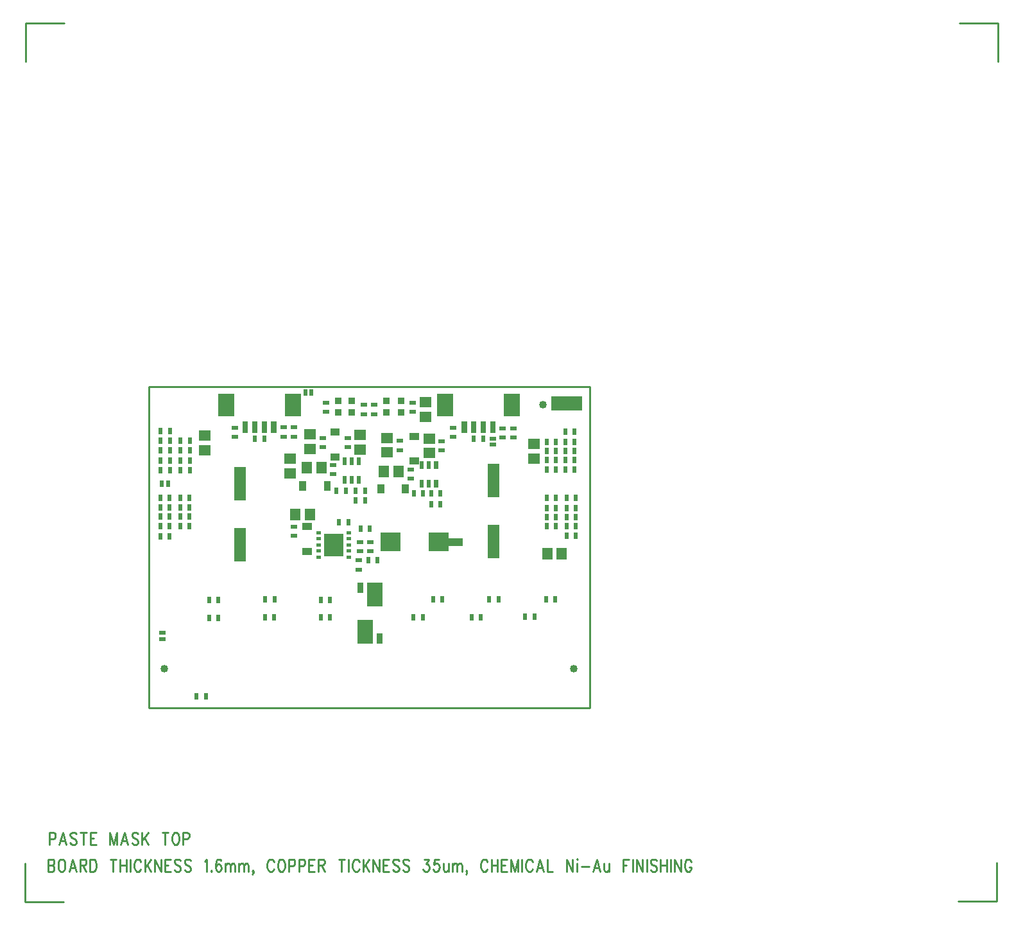
<source format=gbr>
*
*
G04 PADS Layout (Build Number 2007.21.1) generated Gerber (RS-274-X) file*
G04 PC Version=2.1*
*
%IN "2FOC-002.pcb"*%
*
%MOIN*%
*
%FSLAX35Y35*%
*
*
*
*
G04 PC Standard Apertures*
*
*
G04 Thermal Relief Aperture macro.*
%AMTER*
1,1,$1,0,0*
1,0,$1-$2,0,0*
21,0,$3,$4,0,0,45*
21,0,$3,$4,0,0,135*
%
*
*
G04 Annular Aperture macro.*
%AMANN*
1,1,$1,0,0*
1,0,$2,0,0*
%
*
*
G04 Odd Aperture macro.*
%AMODD*
1,1,$1,0,0*
1,0,$1-0.005,0,0*
%
*
*
G04 PC Custom Aperture Macros*
*
*
*
*
*
*
G04 PC Aperture Table*
*
%ADD010C,0.01*%
%ADD016R,0.035X0.024*%
%ADD019R,0.024X0.035*%
%ADD021R,0.032X0.032*%
%ADD024R,0.06X0.17323*%
%ADD026R,0.052X0.06*%
%ADD027R,0.06X0.052*%
%ADD035C,0.04*%
%ADD048R,0.16X0.076*%
%ADD070C,0.001*%
%ADD072R,0.02756X0.02756*%
%ADD073R,0.08268X0.08268*%
%ADD074R,0.03583X0.03583*%
%ADD075R,0.02087X0.02087*%
%ADD076R,0.01575X0.01575*%
%ADD077R,0.10236X0.10236*%
%ADD078R,0.09449X0.09449*%
%ADD079R,0.07992X0.07992*%
%ADD080R,0.02992X0.02992*%
%ADD081R,0.04X0.04*%
*
*
*
*
G04 PC Circuitry*
G04 Layer Name 2FOC-002.pcb - circuitry*
%LPD*%
*
*
G04 PC Custom Flashes*
G04 Layer Name 2FOC-002.pcb - flashes*
%LPD*%
*
*
G04 PC Circuitry*
G04 Layer Name 2FOC-002.pcb - circuitry*
%LPD*%
*
G54D10*
G01X1759843Y1408098D02*
Y1401535D01*
Y1408098D02*
X1761888D01*
X1762570Y1407785*
X1762797Y1407473*
X1763024Y1406848*
Y1405910*
X1762797Y1405285*
X1762570Y1404973*
X1761888Y1404660*
X1759843*
X1766888Y1408098D02*
X1765070Y1401535D01*
X1766888Y1408098D02*
X1768706Y1401535D01*
X1765752Y1403723D02*
X1768024D01*
X1773933Y1407160D02*
X1773479Y1407785D01*
X1772797Y1408098*
X1771888*
X1771206Y1407785*
X1770752Y1407160*
Y1406535*
X1770979Y1405910*
X1771206Y1405598*
X1771661Y1405285*
X1773024Y1404660*
X1773479Y1404348*
X1773706Y1404035*
X1773933Y1403410*
Y1402473*
X1773479Y1401848*
X1772797Y1401535*
X1771888*
X1771206Y1401848*
X1770752Y1402473*
X1777570Y1408098D02*
Y1401535D01*
X1775979Y1408098D02*
X1779161D01*
X1781206D02*
Y1401535D01*
Y1408098D02*
X1784161D01*
X1781206Y1404973D02*
X1783024D01*
X1781206Y1401535D02*
X1784161D01*
X1791433Y1408098D02*
Y1401535D01*
Y1408098D02*
X1793252Y1401535D01*
X1795070Y1408098D02*
X1793252Y1401535D01*
X1795070Y1408098D02*
Y1401535D01*
X1798933Y1408098D02*
X1797115Y1401535D01*
X1798933Y1408098D02*
X1800752Y1401535D01*
X1797797Y1403723D02*
X1800070D01*
X1805979Y1407160D02*
X1805524Y1407785D01*
X1804843Y1408098*
X1803933*
X1803252Y1407785*
X1802797Y1407160*
Y1406535*
X1803024Y1405910*
X1803252Y1405598*
X1803706Y1405285*
X1805070Y1404660*
X1805524Y1404348*
X1805752Y1404035*
X1805979Y1403410*
Y1402473*
X1805524Y1401848*
X1804843Y1401535*
X1803933*
X1803252Y1401848*
X1802797Y1402473*
X1808024Y1408098D02*
Y1401535D01*
X1811206Y1408098D02*
X1808024Y1403723D01*
X1809161Y1405285D02*
X1811206Y1401535D01*
X1820070Y1408098D02*
Y1401535D01*
X1818479Y1408098D02*
X1821661D01*
X1825070D02*
X1824615Y1407785D01*
X1824161Y1407160*
X1823933Y1406535*
X1823706Y1405598*
Y1404035*
X1823933Y1403098*
X1824161Y1402473*
X1824615Y1401848*
X1825070Y1401535*
X1825979*
X1826433Y1401848*
X1826888Y1402473*
X1827115Y1403098*
X1827343Y1404035*
Y1405598*
X1827115Y1406535*
X1826888Y1407160*
X1826433Y1407785*
X1825979Y1408098*
X1825070*
X1829388D02*
Y1401535D01*
Y1408098D02*
X1831433D01*
X1832115Y1407785*
X1832343Y1407473*
X1832570Y1406848*
Y1405910*
X1832343Y1405285*
X1832115Y1404973*
X1831433Y1404660*
X1829388*
X1759252Y1394122D02*
Y1387559D01*
Y1394122D02*
X1761297D01*
X1761979Y1393809*
X1762207Y1393497*
X1762434Y1392872*
Y1392247*
X1762207Y1391622*
X1761979Y1391309*
X1761297Y1390997*
X1759252D02*
X1761297D01*
X1761979Y1390684*
X1762207Y1390372*
X1762434Y1389747*
Y1388809*
X1762207Y1388184*
X1761979Y1387872*
X1761297Y1387559*
X1759252*
X1765843Y1394122D02*
X1765388Y1393809D01*
X1764934Y1393184*
X1764707Y1392559*
X1764479Y1391622*
Y1390059*
X1764707Y1389122*
X1764934Y1388497*
X1765388Y1387872*
X1765843Y1387559*
X1766752*
X1767207Y1387872*
X1767661Y1388497*
X1767888Y1389122*
X1768116Y1390059*
Y1391622*
X1767888Y1392559*
X1767661Y1393184*
X1767207Y1393809*
X1766752Y1394122*
X1765843*
X1771979D02*
X1770161Y1387559D01*
X1771979Y1394122D02*
X1773797Y1387559D01*
X1770843Y1389747D02*
X1773116D01*
X1775843Y1394122D02*
Y1387559D01*
Y1394122D02*
X1777888D01*
X1778570Y1393809*
X1778797Y1393497*
X1779025Y1392872*
Y1392247*
X1778797Y1391622*
X1778570Y1391309*
X1777888Y1390997*
X1775843*
X1777434D02*
X1779025Y1387559D01*
X1781070Y1394122D02*
Y1387559D01*
Y1394122D02*
X1782661D01*
X1783343Y1393809*
X1783797Y1393184*
X1784025Y1392559*
X1784252Y1391622*
Y1390059*
X1784025Y1389122*
X1783797Y1388497*
X1783343Y1387872*
X1782661Y1387559*
X1781070*
X1793116Y1394122D02*
Y1387559D01*
X1791525Y1394122D02*
X1794707D01*
X1796752D02*
Y1387559D01*
X1799934Y1394122D02*
Y1387559D01*
X1796752Y1390997D02*
X1799934D01*
X1801979Y1394122D02*
Y1387559D01*
X1807434Y1392559D02*
X1807207Y1393184D01*
X1806752Y1393809*
X1806297Y1394122*
X1805388*
X1804934Y1393809*
X1804479Y1393184*
X1804252Y1392559*
X1804025Y1391622*
Y1390059*
X1804252Y1389122*
X1804479Y1388497*
X1804934Y1387872*
X1805388Y1387559*
X1806297*
X1806752Y1387872*
X1807207Y1388497*
X1807434Y1389122*
X1809479Y1394122D02*
Y1387559D01*
X1812661Y1394122D02*
X1809479Y1389747D01*
X1810616Y1391309D02*
X1812661Y1387559D01*
X1814707Y1394122D02*
Y1387559D01*
Y1394122D02*
X1817888Y1387559D01*
Y1394122D02*
Y1387559D01*
X1819934Y1394122D02*
Y1387559D01*
Y1394122D02*
X1822888D01*
X1819934Y1390997D02*
X1821752D01*
X1819934Y1387559D02*
X1822888D01*
X1828116Y1393184D02*
X1827661Y1393809D01*
X1826979Y1394122*
X1826070*
X1825388Y1393809*
X1824934Y1393184*
Y1392559*
X1825161Y1391934*
X1825388Y1391622*
X1825843Y1391309*
X1827207Y1390684*
X1827661Y1390372*
X1827888Y1390059*
X1828116Y1389434*
Y1388497*
X1827661Y1387872*
X1826979Y1387559*
X1826070*
X1825388Y1387872*
X1824934Y1388497*
X1833343Y1393184D02*
X1832888Y1393809D01*
X1832207Y1394122*
X1831297*
X1830616Y1393809*
X1830161Y1393184*
Y1392559*
X1830388Y1391934*
X1830616Y1391622*
X1831070Y1391309*
X1832434Y1390684*
X1832888Y1390372*
X1833116Y1390059*
X1833343Y1389434*
Y1388497*
X1832888Y1387872*
X1832207Y1387559*
X1831297*
X1830616Y1387872*
X1830161Y1388497*
X1840616Y1392872D02*
X1841070Y1393184D01*
X1841752Y1394122*
Y1387559*
X1844025Y1388184D02*
X1843797Y1387872D01*
X1844025Y1387559*
X1844252Y1387872*
X1844025Y1388184*
X1849025Y1393184D02*
X1848797Y1393809D01*
X1848116Y1394122*
X1847661*
X1846979Y1393809*
X1846525Y1392872*
X1846297Y1391309*
Y1389747*
X1846525Y1388497*
X1846979Y1387872*
X1847661Y1387559*
X1847888*
X1848570Y1387872*
X1849025Y1388497*
X1849252Y1389434*
Y1389747*
X1849025Y1390684*
X1848570Y1391309*
X1847888Y1391622*
X1847661*
X1846979Y1391309*
X1846525Y1390684*
X1846297Y1389747*
X1851297Y1391934D02*
Y1387559D01*
Y1390684D02*
X1851979Y1391622D01*
X1852434Y1391934*
X1853116*
X1853570Y1391622*
X1853797Y1390684*
Y1387559*
Y1390684D02*
X1854479Y1391622D01*
X1854934Y1391934*
X1855616*
X1856070Y1391622*
X1856297Y1390684*
Y1387559*
X1858343Y1391934D02*
Y1387559D01*
Y1390684D02*
X1859025Y1391622D01*
X1859479Y1391934*
X1860161*
X1860616Y1391622*
X1860843Y1390684*
Y1387559*
Y1390684D02*
X1861525Y1391622D01*
X1861979Y1391934*
X1862661*
X1863116Y1391622*
X1863343Y1390684*
Y1387559*
X1865843Y1387872D02*
X1865616Y1387559D01*
X1865388Y1387872*
X1865616Y1388184*
X1865843Y1387872*
Y1387247*
X1865616Y1386622*
X1865388Y1386309*
X1876525Y1392559D02*
X1876297Y1393184D01*
X1875843Y1393809*
X1875388Y1394122*
X1874479*
X1874025Y1393809*
X1873570Y1393184*
X1873343Y1392559*
X1873116Y1391622*
Y1390059*
X1873343Y1389122*
X1873570Y1388497*
X1874025Y1387872*
X1874479Y1387559*
X1875388*
X1875843Y1387872*
X1876297Y1388497*
X1876525Y1389122*
X1879934Y1394122D02*
X1879479Y1393809D01*
X1879025Y1393184*
X1878797Y1392559*
X1878570Y1391622*
Y1390059*
X1878797Y1389122*
X1879025Y1388497*
X1879479Y1387872*
X1879934Y1387559*
X1880843*
X1881297Y1387872*
X1881752Y1388497*
X1881979Y1389122*
X1882207Y1390059*
Y1391622*
X1881979Y1392559*
X1881752Y1393184*
X1881297Y1393809*
X1880843Y1394122*
X1879934*
X1884252D02*
Y1387559D01*
Y1394122D02*
X1886297D01*
X1886979Y1393809*
X1887207Y1393497*
X1887434Y1392872*
Y1391934*
X1887207Y1391309*
X1886979Y1390997*
X1886297Y1390684*
X1884252*
X1889479Y1394122D02*
Y1387559D01*
Y1394122D02*
X1891525D01*
X1892207Y1393809*
X1892434Y1393497*
X1892661Y1392872*
Y1391934*
X1892434Y1391309*
X1892207Y1390997*
X1891525Y1390684*
X1889479*
X1894707Y1394122D02*
Y1387559D01*
Y1394122D02*
X1897661D01*
X1894707Y1390997D02*
X1896525D01*
X1894707Y1387559D02*
X1897661D01*
X1899707Y1394122D02*
Y1387559D01*
Y1394122D02*
X1901752D01*
X1902434Y1393809*
X1902661Y1393497*
X1902888Y1392872*
Y1392247*
X1902661Y1391622*
X1902434Y1391309*
X1901752Y1390997*
X1899707*
X1901297D02*
X1902888Y1387559D01*
X1911752Y1394122D02*
Y1387559D01*
X1910161Y1394122D02*
X1913343D01*
X1915388D02*
Y1387559D01*
X1920843Y1392559D02*
X1920616Y1393184D01*
X1920161Y1393809*
X1919707Y1394122*
X1918797*
X1918343Y1393809*
X1917888Y1393184*
X1917661Y1392559*
X1917434Y1391622*
Y1390059*
X1917661Y1389122*
X1917888Y1388497*
X1918343Y1387872*
X1918797Y1387559*
X1919707*
X1920161Y1387872*
X1920616Y1388497*
X1920843Y1389122*
X1922888Y1394122D02*
Y1387559D01*
X1926070Y1394122D02*
X1922888Y1389747D01*
X1924025Y1391309D02*
X1926070Y1387559D01*
X1928116Y1394122D02*
Y1387559D01*
Y1394122D02*
X1931297Y1387559D01*
Y1394122D02*
Y1387559D01*
X1933343Y1394122D02*
Y1387559D01*
Y1394122D02*
X1936297D01*
X1933343Y1390997D02*
X1935161D01*
X1933343Y1387559D02*
X1936297D01*
X1941525Y1393184D02*
X1941070Y1393809D01*
X1940388Y1394122*
X1939479*
X1938797Y1393809*
X1938343Y1393184*
Y1392559*
X1938570Y1391934*
X1938797Y1391622*
X1939252Y1391309*
X1940616Y1390684*
X1941070Y1390372*
X1941297Y1390059*
X1941525Y1389434*
Y1388497*
X1941070Y1387872*
X1940388Y1387559*
X1939479*
X1938797Y1387872*
X1938343Y1388497*
X1946752Y1393184D02*
X1946297Y1393809D01*
X1945616Y1394122*
X1944707*
X1944025Y1393809*
X1943570Y1393184*
Y1392559*
X1943797Y1391934*
X1944025Y1391622*
X1944479Y1391309*
X1945843Y1390684*
X1946297Y1390372*
X1946525Y1390059*
X1946752Y1389434*
Y1388497*
X1946297Y1387872*
X1945616Y1387559*
X1944707*
X1944025Y1387872*
X1943570Y1388497*
X1954479Y1394122D02*
X1956979D01*
X1955616Y1391622*
X1956297*
X1956752Y1391309*
X1956979Y1390997*
X1957207Y1390059*
Y1389434*
X1956979Y1388497*
X1956525Y1387872*
X1955843Y1387559*
X1955161*
X1954479Y1387872*
X1954252Y1388184*
X1954025Y1388809*
X1962207Y1394122D02*
X1959934D01*
X1959707Y1391309*
X1959934Y1391622*
X1960616Y1391934*
X1961297*
X1961979Y1391622*
X1962434Y1390997*
X1962661Y1390059*
X1962434Y1389434*
X1962207Y1388497*
X1961752Y1387872*
X1961070Y1387559*
X1960388*
X1959707Y1387872*
X1959479Y1388184*
X1959252Y1388809*
X1964707Y1391934D02*
Y1388809D01*
X1964934Y1387872*
X1965388Y1387559*
X1966070*
X1966525Y1387872*
X1967207Y1388809*
Y1391934D02*
Y1387559D01*
X1969252Y1391934D02*
Y1387559D01*
Y1390684D02*
X1969934Y1391622D01*
X1970388Y1391934*
X1971070*
X1971525Y1391622*
X1971752Y1390684*
Y1387559*
Y1390684D02*
X1972434Y1391622D01*
X1972888Y1391934*
X1973570*
X1974025Y1391622*
X1974252Y1390684*
Y1387559*
X1976752Y1387872D02*
X1976525Y1387559D01*
X1976297Y1387872*
X1976525Y1388184*
X1976752Y1387872*
Y1387247*
X1976525Y1386622*
X1976297Y1386309*
X1987434Y1392559D02*
X1987207Y1393184D01*
X1986752Y1393809*
X1986297Y1394122*
X1985388*
X1984934Y1393809*
X1984479Y1393184*
X1984252Y1392559*
X1984025Y1391622*
Y1390059*
X1984252Y1389122*
X1984479Y1388497*
X1984934Y1387872*
X1985388Y1387559*
X1986297*
X1986752Y1387872*
X1987207Y1388497*
X1987434Y1389122*
X1989479Y1394122D02*
Y1387559D01*
X1992661Y1394122D02*
Y1387559D01*
X1989479Y1390997D02*
X1992661D01*
X1994707Y1394122D02*
Y1387559D01*
Y1394122D02*
X1997661D01*
X1994707Y1390997D02*
X1996525D01*
X1994707Y1387559D02*
X1997661D01*
X1999707Y1394122D02*
Y1387559D01*
Y1394122D02*
X2001525Y1387559D01*
X2003343Y1394122D02*
X2001525Y1387559D01*
X2003343Y1394122D02*
Y1387559D01*
X2005388Y1394122D02*
Y1387559D01*
X2010843Y1392559D02*
X2010616Y1393184D01*
X2010161Y1393809*
X2009707Y1394122*
X2008797*
X2008343Y1393809*
X2007888Y1393184*
X2007661Y1392559*
X2007434Y1391622*
Y1390059*
X2007661Y1389122*
X2007888Y1388497*
X2008343Y1387872*
X2008797Y1387559*
X2009707*
X2010161Y1387872*
X2010616Y1388497*
X2010843Y1389122*
X2014707Y1394122D02*
X2012888Y1387559D01*
X2014707Y1394122D02*
X2016525Y1387559D01*
X2013570Y1389747D02*
X2015843D01*
X2018570Y1394122D02*
Y1387559D01*
X2021297*
X2028570Y1394122D02*
Y1387559D01*
Y1394122D02*
X2031752Y1387559D01*
Y1394122D02*
Y1387559D01*
X2033797Y1394122D02*
X2034025Y1393809D01*
X2034252Y1394122*
X2034025Y1394434*
X2033797Y1394122*
X2034025Y1391934D02*
Y1387559D01*
X2036297Y1390372D02*
X2040388D01*
X2044252Y1394122D02*
X2042434Y1387559D01*
X2044252Y1394122D02*
X2046070Y1387559D01*
X2043116Y1389747D02*
X2045388D01*
X2048116Y1391934D02*
Y1388809D01*
X2048343Y1387872*
X2048797Y1387559*
X2049479*
X2049934Y1387872*
X2050616Y1388809*
Y1391934D02*
Y1387559D01*
X2057888Y1394122D02*
Y1387559D01*
Y1394122D02*
X2060843D01*
X2057888Y1390997D02*
X2059707D01*
X2062888Y1394122D02*
Y1387559D01*
X2064934Y1394122D02*
Y1387559D01*
Y1394122D02*
X2068116Y1387559D01*
Y1394122D02*
Y1387559D01*
X2070161Y1394122D02*
Y1387559D01*
X2075388Y1393184D02*
X2074934Y1393809D01*
X2074252Y1394122*
X2073343*
X2072661Y1393809*
X2072207Y1393184*
Y1392559*
X2072434Y1391934*
X2072661Y1391622*
X2073116Y1391309*
X2074479Y1390684*
X2074934Y1390372*
X2075161Y1390059*
X2075388Y1389434*
Y1388497*
X2074934Y1387872*
X2074252Y1387559*
X2073343*
X2072661Y1387872*
X2072207Y1388497*
X2077434Y1394122D02*
Y1387559D01*
X2080616Y1394122D02*
Y1387559D01*
X2077434Y1390997D02*
X2080616D01*
X2082661Y1394122D02*
Y1387559D01*
X2084707Y1394122D02*
Y1387559D01*
Y1394122D02*
X2087888Y1387559D01*
Y1394122D02*
Y1387559D01*
X2093343Y1392559D02*
X2093116Y1393184D01*
X2092661Y1393809*
X2092207Y1394122*
X2091297*
X2090843Y1393809*
X2090388Y1393184*
X2090161Y1392559*
X2089934Y1391622*
Y1390059*
X2090161Y1389122*
X2090388Y1388497*
X2090843Y1387872*
X2091297Y1387559*
X2092207*
X2092661Y1387872*
X2093116Y1388497*
X2093343Y1389122*
Y1390059*
X2092207D02*
X2093343D01*
X1811638Y1472618D02*
X2040748D01*
Y1639331*
X1811638*
Y1472618*
X1767520Y1828110D02*
X1747520D01*
Y1808110*
X1747441Y1391890D02*
Y1371890D01*
X1767441*
X2232087Y1372205D02*
X2252087D01*
Y1392205*
X2252559Y1808031D02*
Y1828031D01*
X2232559*
G54D16*
X1926575Y1558660D03*
Y1553860D03*
X1920472Y1549211D03*
Y1544411D03*
X1887075Y1613395D03*
Y1618195D03*
X1881575Y1613395D03*
Y1618195D03*
X1995276Y1612915D03*
Y1617715D03*
X2000787Y1612915D03*
Y1617715D03*
X1856126Y1617931D03*
Y1613131D03*
X1969685Y1618109D03*
Y1613309D03*
X1928543Y1625120D03*
Y1629920D03*
X1948520Y1630994D03*
Y1626194D03*
X1903520D03*
Y1630994D03*
X1923425Y1629920D03*
Y1625120D03*
X1947531Y1596270D03*
Y1591470D03*
X1963606Y1611042D03*
Y1606242D03*
X1942087Y1611144D03*
Y1606344D03*
X1914984Y1612617D03*
Y1607817D03*
X1907433Y1598664D03*
Y1593864D03*
X1901933Y1612664D03*
Y1607864D03*
X1921260Y1558660D03*
Y1553860D03*
X1886791Y1566703D03*
Y1561903D03*
X1990181Y1612382D03*
Y1609232D03*
X1818504Y1511575D03*
Y1508425D03*
G54D19*
X1847699Y1519272D03*
X1842899D03*
X2033306Y1561969D03*
X2028506D03*
X1817482Y1561772D03*
X1822282D03*
X2032715Y1615906D03*
X2027915D03*
X1817482Y1581654D03*
X1822282D03*
X1817482Y1576732D03*
X1822282D03*
X1876636Y1519665D03*
X1871836D03*
X1953802D03*
X1949002D03*
X1984117D03*
X1979317D03*
X2011872Y1520059D03*
X2007072D03*
X1959238Y1529114D03*
X1964038D03*
X1988372Y1528917D03*
X1993172D03*
X2017899D03*
X2022699D03*
X1905770Y1519469D03*
X1900970D03*
X1842899Y1528720D03*
X1847699D03*
X1925553Y1549370D03*
X1930353D03*
X1872033Y1528917D03*
X1876833D03*
X1817482Y1572008D03*
X1822282D03*
X1958131Y1583870D03*
X1962931D03*
X1900970Y1528720D03*
X1905770D03*
X1871475Y1612295D03*
X1866675D03*
X1985211D03*
X1980411D03*
X1953931Y1583870D03*
X1949131D03*
X1919033Y1585264D03*
X1923833D03*
X1913833D03*
X1909033D03*
X1817482Y1566890D03*
X1822282D03*
X1919033Y1580264D03*
X1923833D03*
X1822479Y1611378D03*
X1817679D03*
X1822479Y1606260D03*
X1817679D03*
X1822479Y1600945D03*
X1817679D03*
X1958254Y1578130D03*
X1963054D03*
X1822479Y1596024D03*
X1817679D03*
Y1616299D03*
X1822479D03*
X2028506Y1566890D03*
X2033306D03*
X2028506Y1571614D03*
X2033306D03*
X2028506Y1576339D03*
X2033306D03*
X2027915Y1596417D03*
X2032715D03*
X2028506Y1581457D03*
X2033306D03*
X2027915Y1601142D03*
X2032715D03*
X2027915Y1605866D03*
X2032715D03*
X2027915Y1610787D03*
X2032715D03*
X1841180Y1478504D03*
X1836380D03*
X1910391Y1568803D03*
X1915191D03*
X1832715Y1572008D03*
X1827915D03*
X1832715Y1576732D03*
X1827915D03*
X1832715Y1581654D03*
X1827915D03*
X1832715Y1566890D03*
X1827915D03*
X1832912Y1611378D03*
X1828112D03*
X1832912Y1606260D03*
X1828112D03*
X1832912Y1600945D03*
X1828112D03*
X1832912Y1596024D03*
X1828112D03*
X1921616Y1565512D03*
X1926416D03*
X2018269Y1566890D03*
X2023069D03*
X2018269Y1571614D03*
X2023069D03*
X2018269Y1576339D03*
X2023069D03*
X2018269Y1581457D03*
X2023069D03*
X2018269Y1605866D03*
X2023069D03*
X2018269Y1601142D03*
X2023069D03*
X2018269Y1596417D03*
X2023069D03*
X2018269Y1610787D03*
X2023069D03*
X1892937Y1636398D03*
X1896087D03*
X1818331Y1588957D03*
X1821480D03*
G54D21*
X1942520Y1632094D03*
Y1626094D03*
X1917020Y1632094D03*
Y1626094D03*
X1935063Y1626114D03*
Y1632114D03*
X1909866Y1626114D03*
Y1632114D03*
G54D24*
X1858858Y1588937D03*
Y1557441D03*
X1990748Y1590512D03*
Y1559016D03*
G54D26*
X1887735Y1572795D03*
X1895335D03*
X1941331Y1595370D03*
X1933731D03*
X1901233Y1597264D03*
X1893633D03*
X2018468Y1552736D03*
X2026068D03*
G54D27*
X1935394Y1612741D03*
Y1605141D03*
X1895433Y1614564D03*
Y1606964D03*
X1955339Y1631143D03*
Y1623543D03*
X1957307Y1612442D03*
Y1604842D03*
X1921283Y1614213D03*
Y1606613D03*
X1840772Y1606220D03*
Y1613820D03*
X2011638Y1602086D03*
Y1609686D03*
X1884866Y1594212D03*
Y1601812D03*
G54D35*
X2016362Y1630098D03*
X2032145Y1493042D03*
X1819547Y1492845D03*
G54D48*
X2028740Y1630472D03*
G54D70*
G54D72*
X1876457Y1620067D02*
Y1616524D01*
X1871535Y1620067D02*
Y1616524D01*
X1866614Y1620067D02*
Y1616524D01*
X1861693Y1620067D02*
Y1616524D01*
X1990193Y1620067D02*
Y1616524D01*
X1985272Y1620067D02*
Y1616524D01*
X1980350Y1620067D02*
Y1616524D01*
X1975429Y1620067D02*
Y1616524D01*
G54D73*
X1886496Y1631484D02*
Y1627941D01*
X1851654Y1631484D02*
Y1627941D01*
X2000232Y1631484D02*
Y1627941D01*
X1965390Y1631484D02*
Y1627941D01*
G54D74*
X1932031Y1585760D02*
Y1586980D01*
X1944906Y1585760D02*
Y1586980D01*
X1948823Y1613563D02*
X1950043D01*
X1948823Y1600689D02*
X1950043D01*
X1907681Y1615728D02*
X1908902D01*
X1907681Y1602854D02*
X1908902D01*
X1891433Y1587154D02*
Y1588374D01*
X1904307Y1587154D02*
Y1588374D01*
X1894402Y1553803D02*
X1893181D01*
X1894402Y1566677D02*
X1893181D01*
G54D75*
X1953291Y1588024D02*
Y1590071D01*
X1957031Y1588024D02*
Y1590071D01*
X1960772Y1588024D02*
Y1590071D01*
Y1597669D02*
Y1599717D01*
X1957031Y1597669D02*
Y1599717D01*
X1953291Y1597669D02*
Y1599717D01*
X1913193Y1589917D02*
Y1591965D01*
X1916933Y1589917D02*
Y1591965D01*
X1920673Y1589917D02*
Y1591965D01*
Y1599563D02*
Y1601610D01*
X1916933Y1599563D02*
Y1601610D01*
X1913193Y1599563D02*
Y1601610D01*
G54D76*
X1899352Y1563506D02*
X1900140D01*
X1899352Y1560356D02*
X1900140D01*
X1899352Y1557206D02*
X1900140D01*
X1899352Y1554057D02*
X1900140D01*
X1899352Y1550907D02*
X1900140D01*
X1915100D02*
X1915888D01*
X1915100Y1554057D02*
X1915888D01*
X1915100Y1557206D02*
X1915888D01*
X1915100Y1560356D02*
X1915888D01*
X1915100Y1563506D02*
X1915888D01*
G54D77*
X1907620Y1557994D02*
Y1556419D01*
G54D78*
X1936614Y1558819D02*
X1937402D01*
X1961811D02*
X1962598D01*
G54D79*
X1923906Y1509846D02*
Y1514374D01*
X1929110Y1529244D02*
Y1533772D01*
G54D80*
X1931602Y1507327D02*
Y1509846D01*
X1921409Y1533768D02*
Y1536287D01*
G54D81*
X1968744Y1558622D03*
X1972595D03*
X0Y0D02*
M02*

</source>
